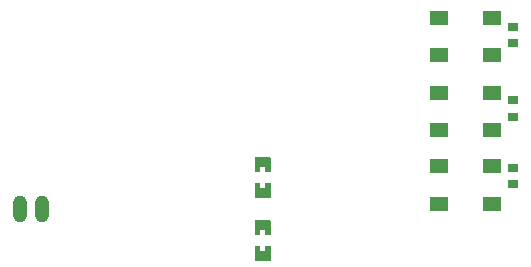
<source format=gtp>
G04 Layer: TopPasteMaskLayer*
G04 EasyEDA v6.5.44, 2024-08-02 20:28:38*
G04 0ec6a3b83b7b46f2a54e004fb1c0c9c6,2d99afecd3cb4a319326ca3d9e85512b,10*
G04 Gerber Generator version 0.2*
G04 Scale: 100 percent, Rotated: No, Reflected: No *
G04 Dimensions in millimeters *
G04 leading zeros omitted , absolute positions ,4 integer and 5 decimal *
%FSLAX45Y45*%
%MOMM*%

%AMMACRO1*21,1,$1,$2,0,0,$3*%
%ADD10R,0.9000X0.8000*%
%ADD11R,1.5240X1.2000*%
%ADD12MACRO1,1.1999X1.524X-90.0000*%
%ADD13O,1.1999976X2.2999954*%

%LPD*%
G36*
X3593592Y7536027D02*
G01*
X3588613Y7530998D01*
X3588613Y7415987D01*
X3593592Y7411008D01*
X3635603Y7411516D01*
X3635603Y7455509D01*
X3680612Y7455509D01*
X3680612Y7410500D01*
X3721608Y7411008D01*
X3726586Y7415987D01*
X3726586Y7530998D01*
X3721608Y7536027D01*
G37*
G36*
X3593592Y7320991D02*
G01*
X3588613Y7316012D01*
X3588613Y7201001D01*
X3593592Y7196023D01*
X3721608Y7196023D01*
X3726586Y7201001D01*
X3726586Y7316012D01*
X3721608Y7320991D01*
X3680612Y7320483D01*
X3680612Y7276490D01*
X3635603Y7276490D01*
X3635603Y7320991D01*
G37*
G36*
X3634587Y6788099D02*
G01*
X3593592Y6787591D01*
X3588613Y6782612D01*
X3588613Y6667601D01*
X3593592Y6662572D01*
X3721608Y6662572D01*
X3726586Y6667601D01*
X3726586Y6782612D01*
X3721608Y6787591D01*
X3679596Y6787083D01*
X3679596Y6743090D01*
X3634587Y6743090D01*
G37*
G36*
X3593592Y7002576D02*
G01*
X3588613Y6997598D01*
X3588613Y6882587D01*
X3593592Y6877608D01*
X3634587Y6878116D01*
X3634587Y6922109D01*
X3679596Y6922109D01*
X3679596Y6877608D01*
X3721608Y6877608D01*
X3726586Y6882587D01*
X3726586Y6997598D01*
X3721608Y7002576D01*
G37*
D10*
G01*
X5778500Y8502497D03*
G01*
X5778500Y8642502D03*
G01*
X5778500Y7880197D03*
G01*
X5778500Y8020202D03*
G01*
X5778500Y7308697D03*
G01*
X5778500Y7448702D03*
D11*
G01*
X5147894Y8399805D03*
D12*
G01*
X5147868Y8719794D03*
D11*
G01*
X5596305Y8719794D03*
D12*
G01*
X5596305Y8399805D03*
D11*
G01*
X5147894Y7764805D03*
D12*
G01*
X5147868Y8084794D03*
D11*
G01*
X5596305Y8084794D03*
D12*
G01*
X5596305Y7764805D03*
D11*
G01*
X5147894Y7142505D03*
D12*
G01*
X5147868Y7462494D03*
D11*
G01*
X5596305Y7462494D03*
D12*
G01*
X5596305Y7142505D03*
D13*
G01*
X1600200Y7099300D03*
G01*
X1788998Y7099300D03*
M02*

</source>
